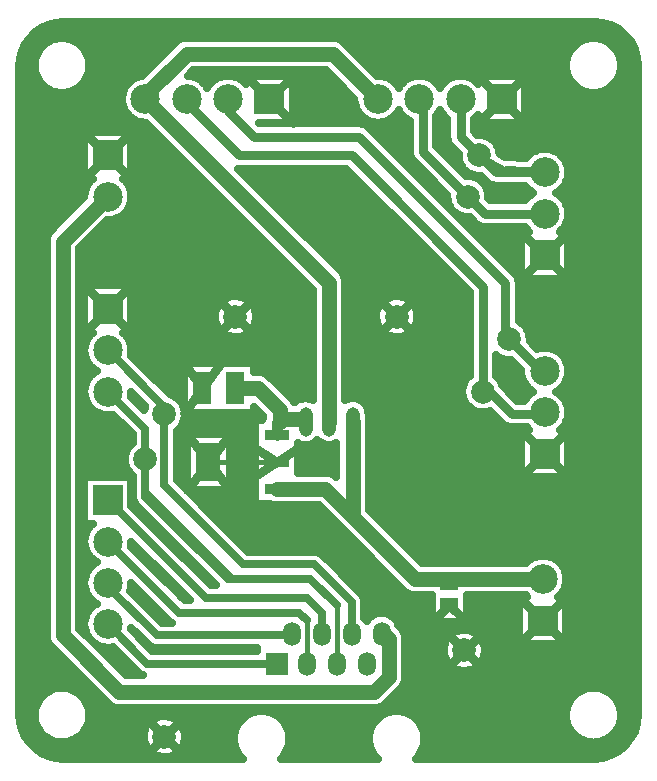
<source format=gtl>
G04 DipTrace 3.3.1.1*
G04 Adapterboard.gtl*
%MOIN*%
G04 #@! TF.FileFunction,Copper,L1,Top*
G04 #@! TF.Part,Single*
G04 #@! TA.AperFunction,Conductor*
%ADD14C,0.015748*%
%ADD15C,0.05*%
G04 #@! TA.AperFunction,CopperBalancing*
%ADD16C,0.025*%
G04 #@! TA.AperFunction,Conductor*
%ADD17C,0.015*%
%ADD18C,0.037402*%
%ADD19C,0.047244*%
G04 #@! TA.AperFunction,CopperBalancing*
%ADD20C,0.03*%
G04 #@! TA.AperFunction,ComponentPad*
%ADD23O,0.059055X0.07874*%
%ADD24R,0.074X0.074*%
%ADD25C,0.098425*%
%ADD26R,0.098425X0.098425*%
%ADD28R,0.084646X0.037402*%
%ADD29R,0.084646X0.127953*%
%ADD30R,0.062992X0.106299*%
G04 #@! TA.AperFunction,ComponentPad*
%ADD31C,0.07874*%
%ADD32R,0.059055X0.051181*%
%ADD34O,0.047244X0.098425*%
G04 #@! TA.AperFunction,ViaPad*
%ADD35C,0.04*%
%FSLAX26Y26*%
G04*
G70*
G90*
G75*
G01*
G04 Top*
%LPD*%
X684154Y1040551D2*
D14*
X912500D1*
X1262367Y468701D2*
D15*
Y475133D1*
X1287500Y450000D1*
Y325000D1*
X1237500Y275000D1*
X387500D1*
X200000Y462500D1*
Y1775000D1*
X350000Y1925000D1*
X1162367Y468701D2*
D16*
Y575133D1*
X1037500Y700000D1*
X800000D1*
X537500Y962500D1*
Y1202075D1*
Y1225295D1*
X350000Y1412795D1*
X537500Y1200000D2*
D15*
Y1202075D1*
X1112367Y368701D2*
D17*
Y562633D1*
D16*
X1025000Y650000D1*
X771406D1*
X750000D1*
X475000Y925000D1*
Y1150000D1*
X350000Y1275000D1*
X475000Y1050000D2*
D17*
Y946406D1*
X771406Y650000D1*
X1800000D2*
D15*
X1474803D1*
X1375000D1*
X1166240Y858760D1*
X1075000Y950000D1*
X912500D1*
X1487500Y637303D2*
D14*
X1474803Y650000D1*
X1166240Y1175000D2*
D15*
Y858760D1*
X775000Y1287500D2*
X850000D1*
X925000Y1212500D1*
Y1185199D1*
Y1174803D1*
D18*
X912500D1*
Y1131102D1*
X925000Y1185199D2*
D15*
X998560D1*
D19*
X1008760Y1175000D1*
X1250000Y2250000D2*
D15*
X1100000Y2400000D1*
X612500D1*
X475000Y2262500D1*
Y2250000D1*
X1087500Y1637500D1*
Y1175000D1*
X1062367Y468701D2*
D16*
Y537633D1*
X1012500Y587500D1*
X675886D1*
X350000Y913386D1*
X1012367Y368701D2*
D17*
Y512633D1*
D16*
X987500Y537500D1*
X588091D1*
X350000Y775591D1*
X962367Y468701D2*
Y462500D1*
X512500D1*
X350000Y625000D1*
Y637795D1*
X912367Y368701D2*
X481299D1*
X350000Y500000D1*
X1525591Y2250000D2*
D20*
Y2124409D1*
X1643958Y2006042D1*
X1806060D1*
X1587500Y2062500D2*
D17*
X1678009Y2012500D1*
D20*
X1806060Y2006042D1*
X1387795Y2250000D2*
X1400000D1*
Y2075000D1*
X1532894Y1942106D1*
X1606753Y1868247D1*
X1806060D1*
X1550000Y1925000D2*
D17*
X1532894Y1942106D1*
X612795Y2250000D2*
D20*
Y2237205D1*
X787500Y2062500D1*
X1162500D1*
X1600000Y1625000D1*
Y1296160D1*
X1696160Y1200000D1*
X1800000D1*
X1805816Y1205816D1*
X1806060D1*
X1600000Y1275000D2*
Y1287500D1*
X1608660D1*
X1600000Y1296160D1*
X750591Y2250000D2*
Y2211909D1*
X837500Y2125000D1*
X1187500D1*
X1675000Y1637500D1*
Y1462500D1*
X1793888Y1343612D1*
X1806060D1*
X1687500Y1450000D2*
D17*
X1675000D1*
Y1462500D1*
D35*
X687500Y1150000D3*
X1062500Y1050000D3*
X687500Y925000D3*
X600000Y1037500D3*
X1300000Y1050000D3*
X122560Y2482261D2*
D16*
X2049851D1*
X93781Y2457392D2*
X2077303D1*
X76161Y2432524D2*
X136004D1*
X257700D2*
X565789D1*
X1146694D2*
X1907678D1*
X2029338D2*
X2094850D1*
X65360Y2407655D2*
X115084D1*
X278620D2*
X540921D1*
X1171562D2*
X1886722D1*
X2050258D2*
X2105867D1*
X59511Y2382786D2*
X105323D1*
X288381D2*
X516054D1*
X1196430D2*
X1876997D1*
X2060019D2*
X2111859D1*
X57538Y2357917D2*
X103062D1*
X290605D2*
X491186D1*
X1221298D2*
X1874737D1*
X2062279D2*
X2114120D1*
X57538Y2333049D2*
X107763D1*
X285940D2*
X466318D1*
X624759D2*
X1087725D1*
X1246165D2*
X1879401D1*
X2057614D2*
X2114120D1*
X57538Y2308180D2*
X120646D1*
X273022D2*
X419848D1*
X667928D2*
X695439D1*
X969355D2*
X1112592D1*
X1305159D2*
X1332634D1*
X1442954D2*
X1470429D1*
X1744345D2*
X1892320D1*
X2044696D2*
X2114120D1*
X57538Y2283311D2*
X148241D1*
X245427D2*
X401475D1*
X969355D2*
X1137460D1*
X1744345D2*
X1919915D1*
X2017101D2*
X2114120D1*
X57538Y2258442D2*
X394478D1*
X969355D2*
X1162328D1*
X1744345D2*
X2114120D1*
X57538Y2233574D2*
X395770D1*
X969355D2*
X1170761D1*
X1744345D2*
X2114120D1*
X57538Y2208705D2*
X405781D1*
X969355D2*
X1180772D1*
X1744345D2*
X2114120D1*
X57538Y2183836D2*
X430326D1*
X969355D2*
X1205317D1*
X1294681D2*
X1343112D1*
X1446758D2*
X1478826D1*
X1572353D2*
X1582424D1*
X1744345D2*
X2114120D1*
X57538Y2158967D2*
X486808D1*
X1218355D2*
X1353268D1*
X1446758D2*
X1478826D1*
X1572353D2*
X2114120D1*
X57538Y2134099D2*
X269027D1*
X430948D2*
X511676D1*
X1243474D2*
X1353268D1*
X1446758D2*
X1478826D1*
X1580965D2*
X2114120D1*
X57538Y2109230D2*
X269027D1*
X430948D2*
X536543D1*
X1268342D2*
X1353268D1*
X1446758D2*
X1481518D1*
X1640245D2*
X2114120D1*
X57538Y2084361D2*
X269027D1*
X430948D2*
X561411D1*
X1293209D2*
X1353268D1*
X1455729D2*
X1500572D1*
X1655030D2*
X1798806D1*
X1813338D2*
X2114120D1*
X57538Y2059492D2*
X269027D1*
X430948D2*
X586279D1*
X1318077D2*
X1356066D1*
X1480597D2*
X1516433D1*
X1671429D2*
X1746128D1*
X1865993D2*
X2114120D1*
X57538Y2034623D2*
X269027D1*
X430948D2*
X611147D1*
X1342945D2*
X1375300D1*
X1505464D2*
X1522282D1*
X1881638D2*
X2114120D1*
X57538Y2009755D2*
X269027D1*
X430948D2*
X636014D1*
X794455D2*
X1150163D1*
X1367813D2*
X1400168D1*
X1530332D2*
X1541121D1*
X1886949D2*
X2114120D1*
X57538Y1984886D2*
X269027D1*
X430948D2*
X660882D1*
X819323D2*
X1175031D1*
X1392680D2*
X1425036D1*
X1585989D2*
X1600043D1*
X1884114D2*
X2114120D1*
X57538Y1960017D2*
X277280D1*
X422731D2*
X685750D1*
X844191D2*
X1199899D1*
X1417548D2*
X1449904D1*
X1611502D2*
X1740027D1*
X1872093D2*
X2114120D1*
X57538Y1935148D2*
X269709D1*
X430302D2*
X710618D1*
X869058D2*
X1224766D1*
X1442416D2*
X1474771D1*
X1620366D2*
X1762563D1*
X1849558D2*
X2114120D1*
X57538Y1910280D2*
X256073D1*
X429585D2*
X735485D1*
X893926D2*
X1249634D1*
X1467284D2*
X1480477D1*
X1874820D2*
X2114120D1*
X57538Y1885411D2*
X231205D1*
X420255D2*
X760353D1*
X918794D2*
X1274502D1*
X1885119D2*
X2114120D1*
X57538Y1860542D2*
X206337D1*
X397253D2*
X785221D1*
X943662D2*
X1299369D1*
X1886626D2*
X2114120D1*
X57538Y1835673D2*
X181469D1*
X339910D2*
X810089D1*
X968565D2*
X1324237D1*
X1541923D2*
X1574314D1*
X1879952D2*
X2114120D1*
X57538Y1810805D2*
X156745D1*
X315042D2*
X834956D1*
X993433D2*
X1349105D1*
X1566791D2*
X1750111D1*
X1862010D2*
X2114120D1*
X57538Y1785936D2*
X144365D1*
X290175D2*
X859860D1*
X1018301D2*
X1373973D1*
X1591658D2*
X1725099D1*
X1887021D2*
X2114120D1*
X57538Y1761067D2*
X143253D1*
X265271D2*
X884728D1*
X1043168D2*
X1398840D1*
X1616526D2*
X1725099D1*
X1887021D2*
X2114120D1*
X57538Y1736198D2*
X143253D1*
X256767D2*
X909595D1*
X1068036D2*
X1423708D1*
X1641394D2*
X1725099D1*
X1887021D2*
X2114120D1*
X57538Y1711329D2*
X143253D1*
X256767D2*
X934463D1*
X1092904D2*
X1448576D1*
X1666261D2*
X1725099D1*
X1887021D2*
X2114120D1*
X57538Y1686461D2*
X143253D1*
X256767D2*
X959331D1*
X1117772D2*
X1473444D1*
X1691129D2*
X1725099D1*
X1887021D2*
X2114120D1*
X57538Y1661592D2*
X143253D1*
X256767D2*
X984199D1*
X1138620D2*
X1498311D1*
X1714633D2*
X1725099D1*
X1887021D2*
X2114120D1*
X57538Y1636723D2*
X143253D1*
X256767D2*
X1009066D1*
X1144254D2*
X1523215D1*
X1721738D2*
X2114120D1*
X57538Y1611854D2*
X143253D1*
X256767D2*
X269027D1*
X430948D2*
X1030740D1*
X1144254D2*
X1548083D1*
X1721738D2*
X2114120D1*
X57538Y1586986D2*
X143253D1*
X256767D2*
X269027D1*
X430948D2*
X743057D1*
X806943D2*
X1030740D1*
X1144254D2*
X1280566D1*
X1344452D2*
X1553250D1*
X1721738D2*
X2114120D1*
X57538Y1562117D2*
X143253D1*
X256767D2*
X269027D1*
X430948D2*
X714780D1*
X835220D2*
X1030740D1*
X1144254D2*
X1252289D1*
X1372729D2*
X1553250D1*
X1721738D2*
X2114120D1*
X57538Y1537248D2*
X143253D1*
X256767D2*
X269027D1*
X430948D2*
X704984D1*
X845016D2*
X1030740D1*
X1144254D2*
X1242493D1*
X1382525D2*
X1553250D1*
X1721738D2*
X2114120D1*
X57538Y1512379D2*
X143253D1*
X256767D2*
X269027D1*
X430948D2*
X705056D1*
X844944D2*
X1030740D1*
X1144254D2*
X1242565D1*
X1382453D2*
X1553250D1*
X1721738D2*
X2114120D1*
X57538Y1487511D2*
X143253D1*
X256767D2*
X269027D1*
X430948D2*
X715031D1*
X834968D2*
X1030740D1*
X1144254D2*
X1252541D1*
X1372478D2*
X1553250D1*
X1747467D2*
X2114120D1*
X57538Y1462642D2*
X143253D1*
X256767D2*
X286897D1*
X413078D2*
X743846D1*
X806153D2*
X1030740D1*
X1144254D2*
X1281356D1*
X1343627D2*
X1553250D1*
X1757443D2*
X2114120D1*
X57538Y1437773D2*
X143253D1*
X256767D2*
X273118D1*
X426893D2*
X1030740D1*
X1144254D2*
X1553250D1*
X1764799D2*
X2114120D1*
X57538Y1412904D2*
X143253D1*
X256767D2*
X269027D1*
X430948D2*
X1030740D1*
X1144254D2*
X1553250D1*
X1845359D2*
X2114120D1*
X57538Y1388036D2*
X143253D1*
X256767D2*
X273046D1*
X436295D2*
X1030740D1*
X1144254D2*
X1553250D1*
X1646740D2*
X1655520D1*
X1873241D2*
X2114120D1*
X57538Y1363167D2*
X143253D1*
X256767D2*
X286718D1*
X461163D2*
X601530D1*
X838234D2*
X1030740D1*
X1144254D2*
X1553250D1*
X1646740D2*
X1709239D1*
X1884545D2*
X2114120D1*
X57538Y1338298D2*
X143253D1*
X256767D2*
X301143D1*
X486031D2*
X601530D1*
X871534D2*
X1030740D1*
X1144254D2*
X1553250D1*
X1646740D2*
X1725279D1*
X1886842D2*
X2114120D1*
X57538Y1313429D2*
X143253D1*
X256767D2*
X279110D1*
X510898D2*
X601530D1*
X903292D2*
X1030740D1*
X1144254D2*
X1540655D1*
X1659336D2*
X1731128D1*
X1880992D2*
X2114120D1*
X57538Y1288560D2*
X143253D1*
X256767D2*
X270211D1*
X535766D2*
X601530D1*
X928160D2*
X1030740D1*
X1144254D2*
X1530248D1*
X1672685D2*
X1747635D1*
X1864486D2*
X2114120D1*
X57538Y1263692D2*
X143253D1*
X256767D2*
X269852D1*
X565550D2*
X601530D1*
X953027D2*
X1030740D1*
X1144254D2*
X1529818D1*
X1697552D2*
X1750577D1*
X1861543D2*
X2114120D1*
X57538Y1238823D2*
X143253D1*
X256767D2*
X277890D1*
X447706D2*
X462443D1*
X1205257D2*
X1539183D1*
X1879737D2*
X2114120D1*
X57538Y1213954D2*
X143253D1*
X256767D2*
X298201D1*
X1219898D2*
X1566168D1*
X1886590D2*
X2114120D1*
X57538Y1189085D2*
X143253D1*
X256767D2*
X374383D1*
X607750D2*
X864238D1*
X1221621D2*
X1641992D1*
X1885227D2*
X2114120D1*
X57538Y1164217D2*
X143253D1*
X256767D2*
X399251D1*
X598563D2*
X838437D1*
X1222984D2*
X1667613D1*
X1875072D2*
X2114120D1*
X57538Y1139348D2*
X143253D1*
X256767D2*
X424118D1*
X581734D2*
X838437D1*
X1222984D2*
X1725099D1*
X1887021D2*
X2114120D1*
X57538Y1114479D2*
X143253D1*
X256767D2*
X430757D1*
X581734D2*
X610070D1*
X758212D2*
X838437D1*
X1222984D2*
X1725099D1*
X1887021D2*
X2114120D1*
X57538Y1089610D2*
X143253D1*
X256767D2*
X416475D1*
X581734D2*
X610070D1*
X758212D2*
X838437D1*
X986579D2*
X1109506D1*
X1222984D2*
X1725099D1*
X1887021D2*
X2114120D1*
X57538Y1064742D2*
X143253D1*
X256767D2*
X405494D1*
X581734D2*
X610070D1*
X758212D2*
X838437D1*
X986579D2*
X1109506D1*
X1222984D2*
X1725099D1*
X1887021D2*
X2114120D1*
X57538Y1039873D2*
X143253D1*
X256767D2*
X404633D1*
X581734D2*
X610070D1*
X758212D2*
X838437D1*
X986579D2*
X1109506D1*
X1222984D2*
X1725099D1*
X1887021D2*
X2114120D1*
X57538Y1015004D2*
X143253D1*
X256767D2*
X413461D1*
X581734D2*
X610070D1*
X758212D2*
X838437D1*
X986579D2*
X1109506D1*
X1222984D2*
X1725099D1*
X1887021D2*
X2114120D1*
X57538Y990135D2*
X143253D1*
X256767D2*
X269027D1*
X581734D2*
X610070D1*
X758212D2*
X838437D1*
X1222984D2*
X1725099D1*
X1887021D2*
X2114120D1*
X57538Y965267D2*
X143253D1*
X256767D2*
X269027D1*
X596267D2*
X610070D1*
X758212D2*
X838437D1*
X1222984D2*
X2114120D1*
X57538Y940398D2*
X143253D1*
X256767D2*
X269027D1*
X621135D2*
X838437D1*
X1222984D2*
X2114120D1*
X57538Y915529D2*
X143253D1*
X256767D2*
X269027D1*
X646002D2*
X838437D1*
X1222984D2*
X2114120D1*
X57538Y890660D2*
X143253D1*
X256767D2*
X269027D1*
X434286D2*
X447802D1*
X670870D2*
X1055106D1*
X1222984D2*
X2114120D1*
X57538Y865791D2*
X143253D1*
X256767D2*
X269027D1*
X459153D2*
X472670D1*
X695738D2*
X1079974D1*
X1238414D2*
X2114120D1*
X57538Y840923D2*
X143253D1*
X256767D2*
X269027D1*
X484021D2*
X497537D1*
X720606D2*
X1104841D1*
X1263282D2*
X2114120D1*
X57538Y816054D2*
X143253D1*
X256767D2*
X280259D1*
X508889D2*
X522405D1*
X745473D2*
X1129709D1*
X1288150D2*
X2114120D1*
X57538Y791185D2*
X143253D1*
X256767D2*
X270606D1*
X533757D2*
X547273D1*
X770341D2*
X1154577D1*
X1313053D2*
X2114120D1*
X57538Y766316D2*
X143253D1*
X256767D2*
X269601D1*
X558624D2*
X572141D1*
X795245D2*
X1179445D1*
X1337921D2*
X2114120D1*
X57538Y741448D2*
X143253D1*
X256767D2*
X276850D1*
X445697D2*
X460397D1*
X583492D2*
X597008D1*
X1045034D2*
X1204348D1*
X1362789D2*
X2114120D1*
X57538Y716579D2*
X143253D1*
X256767D2*
X295796D1*
X470565D2*
X485265D1*
X608360D2*
X621876D1*
X1082462D2*
X1229216D1*
X1387657D2*
X1755996D1*
X1844032D2*
X2114120D1*
X57538Y691710D2*
X143253D1*
X256767D2*
X290486D1*
X495432D2*
X510133D1*
X633228D2*
X646744D1*
X1107329D2*
X1254084D1*
X1868971D2*
X2114120D1*
X57538Y666841D2*
X143253D1*
X256767D2*
X274625D1*
X520300D2*
X535000D1*
X658095D2*
X671612D1*
X1132197D2*
X1278951D1*
X1879126D2*
X2114120D1*
X57538Y641973D2*
X143253D1*
X256767D2*
X269134D1*
X545168D2*
X559868D1*
X682963D2*
X696479D1*
X1157065D2*
X1303819D1*
X1880562D2*
X2114120D1*
X57538Y617104D2*
X143253D1*
X256767D2*
X271826D1*
X428185D2*
X446941D1*
X570035D2*
X584736D1*
X1181933D2*
X1328687D1*
X1873744D2*
X2114120D1*
X57538Y592235D2*
X143253D1*
X256767D2*
X283632D1*
X444297D2*
X471808D1*
X594903D2*
X609604D1*
X1202961D2*
X1426220D1*
X1548777D2*
X1744405D1*
X1855586D2*
X2114120D1*
X57538Y567366D2*
X143253D1*
X256767D2*
X307279D1*
X469165D2*
X496676D1*
X1206621D2*
X1426220D1*
X1548777D2*
X1719035D1*
X1880957D2*
X2114120D1*
X57538Y542497D2*
X143253D1*
X256767D2*
X281550D1*
X494033D2*
X521544D1*
X1206621D2*
X1426220D1*
X1548777D2*
X1719035D1*
X1880957D2*
X2114120D1*
X57538Y517629D2*
X143253D1*
X256767D2*
X271036D1*
X518901D2*
X546412D1*
X1308783D2*
X1426220D1*
X1548777D2*
X1719035D1*
X1880957D2*
X2114120D1*
X57538Y492760D2*
X143253D1*
X256767D2*
X269386D1*
X1323962D2*
X1719035D1*
X1880957D2*
X2114120D1*
X57538Y467891D2*
X143253D1*
X1341223D2*
X1494508D1*
X1580498D2*
X1719035D1*
X1880957D2*
X2114120D1*
X57538Y443022D2*
X146877D1*
X1344237D2*
X1473551D1*
X1601455D2*
X1719035D1*
X1880957D2*
X2114120D1*
X57538Y418154D2*
X165142D1*
X323583D2*
X370292D1*
X493387D2*
X843604D1*
X1344237D2*
X1466626D1*
X1608380D2*
X2114120D1*
X57538Y393285D2*
X190010D1*
X348451D2*
X395160D1*
X1344237D2*
X1469138D1*
X1605868D2*
X2114120D1*
X57538Y368416D2*
X214878D1*
X373318D2*
X420027D1*
X1344237D2*
X1482415D1*
X1592591D2*
X2114120D1*
X57538Y343547D2*
X239745D1*
X398186D2*
X444895D1*
X1344237D2*
X2114120D1*
X57538Y318679D2*
X264613D1*
X1343878D2*
X2114120D1*
X57538Y293810D2*
X289481D1*
X1334405D2*
X2114120D1*
X57538Y268941D2*
X138193D1*
X255475D2*
X314349D1*
X1310649D2*
X1909867D1*
X2027149D2*
X2114120D1*
X57538Y244072D2*
X116124D1*
X277579D2*
X339216D1*
X1285781D2*
X1887798D1*
X2049218D2*
X2114120D1*
X57538Y219204D2*
X105754D1*
X287950D2*
X1877392D1*
X2059588D2*
X2114120D1*
X57932Y194335D2*
X103027D1*
X290677D2*
X807074D1*
X917681D2*
X1257062D1*
X1367669D2*
X1874665D1*
X2062351D2*
X2113653D1*
X60516Y169466D2*
X107189D1*
X286515D2*
X482753D1*
X592248D2*
X782852D1*
X941867D2*
X1232840D1*
X1391891D2*
X1878827D1*
X2058189D2*
X2111177D1*
X67693Y144597D2*
X119390D1*
X274314D2*
X469225D1*
X605776D2*
X771334D1*
X953386D2*
X1221321D1*
X1403410D2*
X1891064D1*
X2045952D2*
X2103821D1*
X80396Y119728D2*
X145334D1*
X248334D2*
X466569D1*
X608432D2*
X767638D1*
X957118D2*
X1217625D1*
X1407106D2*
X1917008D1*
X2020008D2*
X2091262D1*
X100455Y94860D2*
X473351D1*
X601649D2*
X770760D1*
X953960D2*
X1220747D1*
X1403984D2*
X2071812D1*
X133146Y69991D2*
X493985D1*
X581016D2*
X781525D1*
X943195D2*
X1231548D1*
X1393183D2*
X2037471D1*
X1212382Y509449D2*
X1217673Y516716D1*
X1224194Y523238D1*
X1231656Y528659D1*
X1239874Y532847D1*
X1248646Y535697D1*
X1257756Y537140D1*
X1266979D1*
X1276089Y535697D1*
X1284861Y532847D1*
X1293079Y528659D1*
X1300540Y523238D1*
X1307062Y516716D1*
X1312484Y509254D1*
X1316671Y501037D1*
X1318567Y495648D1*
X1328752Y485233D1*
X1333756Y478346D1*
X1337621Y470761D1*
X1340251Y462664D1*
X1341583Y454256D1*
X1341750Y431627D1*
X1341583Y320744D1*
X1340251Y312336D1*
X1337621Y304239D1*
X1333756Y296654D1*
X1328752Y289767D1*
X1312869Y273648D1*
X1272733Y233748D1*
X1265846Y228744D1*
X1258261Y224879D1*
X1250164Y222249D1*
X1241756Y220917D1*
X1219127Y220750D1*
X383244Y220917D1*
X374836Y222249D1*
X366739Y224879D1*
X359154Y228744D1*
X352267Y233748D1*
X336148Y249631D1*
X158748Y427267D1*
X153744Y434154D1*
X149879Y441739D1*
X147249Y449836D1*
X145917Y458244D1*
X145750Y480873D1*
X145917Y1779256D1*
X147249Y1787664D1*
X149879Y1795761D1*
X153744Y1803346D1*
X158748Y1810233D1*
X174631Y1826352D1*
X271534Y1923255D1*
X271779Y1931156D1*
X272503Y1937274D1*
X273705Y1943317D1*
X275378Y1949246D1*
X277510Y1955026D1*
X280089Y1960621D1*
X283100Y1965997D1*
X286522Y1971119D1*
X290337Y1975957D1*
X294519Y1980481D1*
X298672Y1984320D1*
X271538Y1984333D1*
Y2141258D1*
X428463D1*
Y1984333D1*
X401341D1*
X409663Y1975957D1*
X413478Y1971119D1*
X416900Y1965997D1*
X419911Y1960621D1*
X422490Y1955026D1*
X424622Y1949246D1*
X426295Y1943317D1*
X427497Y1937274D1*
X428221Y1931156D1*
X428463Y1925000D1*
X428221Y1918844D1*
X427497Y1912726D1*
X426295Y1906683D1*
X424622Y1900754D1*
X422490Y1894974D1*
X419911Y1889379D1*
X416900Y1884003D1*
X413478Y1878881D1*
X409663Y1874043D1*
X405481Y1869519D1*
X400957Y1865337D1*
X396119Y1861522D1*
X390997Y1858100D1*
X385621Y1855089D1*
X380026Y1852510D1*
X374246Y1850378D1*
X368317Y1848705D1*
X362274Y1847503D1*
X356156Y1846779D1*
X348341Y1846603D1*
X254259Y1752538D1*
X254250Y484999D1*
X290337Y449043D1*
X286522Y453881D1*
X283100Y459003D1*
X280089Y464379D1*
X277510Y469974D1*
X275378Y475754D1*
X273705Y481683D1*
X272503Y487726D1*
X271779Y493844D1*
X271537Y500000D1*
X271779Y506156D1*
X272503Y512274D1*
X273705Y518317D1*
X275378Y524246D1*
X277510Y530026D1*
X280089Y535621D1*
X283100Y540997D1*
X286522Y546119D1*
X290337Y550957D1*
X294519Y555481D1*
X299043Y559663D1*
X303881Y563478D1*
X312510Y568864D1*
X303881Y574318D1*
X299043Y578132D1*
X294519Y582314D1*
X290337Y586838D1*
X286522Y591676D1*
X283100Y596799D1*
X280089Y602174D1*
X277510Y607769D1*
X275378Y613549D1*
X273705Y619479D1*
X272503Y625521D1*
X271779Y631639D1*
X271537Y637795D1*
X271779Y643951D1*
X272503Y650070D1*
X273705Y656112D1*
X275378Y662042D1*
X277510Y667822D1*
X280089Y673417D1*
X283100Y678792D1*
X286522Y683914D1*
X290337Y688753D1*
X294519Y693277D1*
X299043Y697459D1*
X303881Y701273D1*
X312510Y706659D1*
X303881Y712113D1*
X299043Y715927D1*
X294519Y720109D1*
X290337Y724633D1*
X286522Y729471D1*
X283100Y734594D1*
X280089Y739969D1*
X277510Y745564D1*
X275378Y751344D1*
X273705Y757274D1*
X272503Y763316D1*
X271779Y769434D1*
X271537Y775591D1*
X271779Y781747D1*
X272503Y787865D1*
X273705Y793907D1*
X275378Y799837D1*
X277510Y805617D1*
X280089Y811212D1*
X283100Y816587D1*
X286522Y821710D1*
X290337Y826548D1*
X294519Y831072D1*
X298672Y834911D1*
X271538Y834923D1*
Y991848D1*
X428463D1*
Y893992D1*
X693169Y629260D1*
X711734Y629250D1*
X443253Y897886D1*
X439402Y903186D1*
X436428Y909023D1*
X434404Y915254D1*
X433379Y921724D1*
X433250Y961745D1*
Y995512D1*
X426478Y1001478D1*
X419485Y1009666D1*
X413859Y1018847D1*
X409738Y1028795D1*
X407225Y1039265D1*
X406380Y1050000D1*
X407225Y1060735D1*
X409738Y1071205D1*
X413859Y1081153D1*
X419485Y1090334D1*
X426478Y1098522D1*
X433261Y1104407D1*
X433250Y1132734D1*
X367453Y1198503D1*
X356156Y1196779D1*
X350000Y1196537D1*
X343844Y1196779D1*
X337726Y1197503D1*
X331683Y1198705D1*
X325754Y1200378D1*
X319974Y1202510D1*
X314379Y1205089D1*
X309003Y1208100D1*
X303881Y1211522D1*
X299043Y1215337D1*
X294519Y1219519D1*
X290337Y1224043D1*
X286522Y1228881D1*
X283100Y1234003D1*
X280089Y1239379D1*
X277510Y1244974D1*
X275378Y1250754D1*
X273705Y1256683D1*
X272503Y1262726D1*
X271779Y1268844D1*
X271537Y1275000D1*
X271779Y1281156D1*
X272503Y1287274D1*
X273705Y1293317D1*
X275378Y1299246D1*
X277510Y1305026D1*
X280089Y1310621D1*
X283100Y1315997D1*
X286522Y1321119D1*
X290337Y1325957D1*
X294519Y1330481D1*
X299043Y1334663D1*
X303881Y1338478D1*
X312510Y1343864D1*
X303881Y1349318D1*
X299043Y1353132D1*
X294519Y1357314D1*
X290337Y1361838D1*
X286522Y1366676D1*
X283100Y1371799D1*
X280089Y1377174D1*
X277510Y1382769D1*
X275378Y1388549D1*
X273705Y1394479D1*
X272503Y1400521D1*
X271779Y1406639D1*
X271537Y1412795D1*
X271779Y1418951D1*
X272503Y1425070D1*
X273705Y1431112D1*
X275378Y1437042D1*
X277510Y1442822D1*
X280089Y1448417D1*
X283100Y1453792D1*
X286522Y1458914D1*
X290337Y1463753D1*
X294519Y1468277D1*
X298672Y1472116D1*
X271538Y1472128D1*
Y1629053D1*
X428463D1*
Y1472128D1*
X401341D1*
X409663Y1463753D1*
X413478Y1458914D1*
X416900Y1453792D1*
X419911Y1448417D1*
X422490Y1442822D1*
X424622Y1437042D1*
X426295Y1431112D1*
X427497Y1425070D1*
X428221Y1418951D1*
X428463Y1412795D1*
X428221Y1406639D1*
X426468Y1395352D1*
X555642Y1266196D1*
X563760Y1263397D1*
X573354Y1258508D1*
X582065Y1252179D1*
X589679Y1244565D1*
X596008Y1235854D1*
X600897Y1226260D1*
X604013Y1216769D1*
X604018Y1369900D1*
X835746Y1369899D1*
Y1341730D1*
X854256Y1341583D1*
X862664Y1340251D1*
X870761Y1337621D1*
X878346Y1333756D1*
X885233Y1328752D1*
X901352Y1312869D1*
X966252Y1247733D1*
X971264Y1240831D1*
X974422Y1240795D1*
X981134Y1245671D1*
X988527Y1249438D1*
X996417Y1252002D1*
X1004612Y1253300D1*
X1012908D1*
X1021103Y1252002D1*
X1028993Y1249438D1*
X1033258Y1247423D1*
X1033250Y1615048D1*
X476728Y2171550D1*
X468844Y2171779D1*
X462726Y2172503D1*
X456683Y2173705D1*
X450754Y2175378D1*
X444974Y2177510D1*
X439379Y2180089D1*
X434003Y2183100D1*
X428881Y2186522D1*
X424043Y2190337D1*
X419519Y2194519D1*
X415337Y2199043D1*
X411522Y2203881D1*
X408100Y2209003D1*
X405089Y2214379D1*
X402510Y2219974D1*
X400378Y2225754D1*
X398705Y2231683D1*
X397503Y2237726D1*
X396779Y2243844D1*
X396537Y2250000D1*
X396779Y2256156D1*
X397503Y2262274D1*
X398705Y2268317D1*
X400378Y2274246D1*
X402510Y2280026D1*
X405089Y2285621D1*
X408100Y2290997D1*
X411522Y2296119D1*
X415337Y2300957D1*
X419519Y2305481D1*
X424043Y2309663D1*
X428881Y2313478D1*
X434003Y2316900D1*
X439379Y2319911D1*
X444974Y2322490D1*
X450754Y2324622D1*
X456683Y2326295D1*
X463371Y2327573D1*
X577267Y2441252D1*
X584154Y2446256D1*
X591739Y2450121D1*
X599836Y2452751D1*
X608244Y2454083D1*
X630873Y2454250D1*
X1104256Y2454083D1*
X1112664Y2452751D1*
X1120761Y2450121D1*
X1128346Y2446256D1*
X1135233Y2441252D1*
X1151352Y2425369D1*
X1248255Y2328466D1*
X1256156Y2328221D1*
X1262274Y2327497D1*
X1268317Y2326295D1*
X1274246Y2324622D1*
X1280026Y2322490D1*
X1285621Y2319911D1*
X1290997Y2316900D1*
X1296119Y2313478D1*
X1300957Y2309663D1*
X1305481Y2305481D1*
X1309663Y2300957D1*
X1313478Y2296119D1*
X1318864Y2287490D1*
X1324318Y2296119D1*
X1328132Y2300957D1*
X1332314Y2305481D1*
X1336838Y2309663D1*
X1341676Y2313478D1*
X1346799Y2316900D1*
X1352174Y2319911D1*
X1357769Y2322490D1*
X1363549Y2324622D1*
X1369479Y2326295D1*
X1375521Y2327497D1*
X1381639Y2328221D1*
X1387795Y2328463D1*
X1393951Y2328221D1*
X1400070Y2327497D1*
X1406112Y2326295D1*
X1412042Y2324622D1*
X1417822Y2322490D1*
X1423417Y2319911D1*
X1428792Y2316900D1*
X1433914Y2313478D1*
X1438753Y2309663D1*
X1443277Y2305481D1*
X1447459Y2300957D1*
X1451273Y2296119D1*
X1456659Y2287490D1*
X1462113Y2296119D1*
X1465927Y2300957D1*
X1470109Y2305481D1*
X1474633Y2309663D1*
X1479471Y2313478D1*
X1484594Y2316900D1*
X1489969Y2319911D1*
X1495564Y2322490D1*
X1501344Y2324622D1*
X1507274Y2326295D1*
X1513316Y2327497D1*
X1519434Y2328221D1*
X1525591Y2328463D1*
X1531747Y2328221D1*
X1537865Y2327497D1*
X1543907Y2326295D1*
X1549837Y2324622D1*
X1555617Y2322490D1*
X1561212Y2319911D1*
X1566587Y2316900D1*
X1571710Y2313478D1*
X1576548Y2309663D1*
X1581072Y2305481D1*
X1584911Y2301328D1*
X1584924Y2328462D1*
X1741849D1*
Y2171537D1*
X1584924D1*
Y2198658D1*
X1576548Y2190337D1*
X1569849Y2185279D1*
X1569872Y2142707D1*
X1581721Y2130858D1*
X1587500Y2131120D1*
X1598235Y2130275D1*
X1608705Y2127762D1*
X1618653Y2123641D1*
X1627834Y2118015D1*
X1636022Y2111022D1*
X1643015Y2102834D1*
X1648641Y2093653D1*
X1652762Y2083705D1*
X1655275Y2073235D1*
X1655956Y2066685D1*
X1674215Y2056581D1*
X1680238Y2056694D1*
X1743565Y2053500D1*
X1750579Y2061523D1*
X1755103Y2065705D1*
X1759941Y2069520D1*
X1765064Y2072942D1*
X1770439Y2075953D1*
X1776034Y2078532D1*
X1781814Y2080664D1*
X1787744Y2082337D1*
X1793786Y2083539D1*
X1799904Y2084263D1*
X1806060Y2084505D1*
X1812216Y2084263D1*
X1818335Y2083539D1*
X1824377Y2082337D1*
X1830307Y2080664D1*
X1836087Y2078532D1*
X1841682Y2075953D1*
X1847057Y2072942D1*
X1852180Y2069520D1*
X1857018Y2065705D1*
X1861542Y2061523D1*
X1865724Y2056999D1*
X1869538Y2052161D1*
X1872961Y2047039D1*
X1875971Y2041663D1*
X1878550Y2036068D1*
X1880683Y2030288D1*
X1882355Y2024359D1*
X1883557Y2018316D1*
X1884281Y2012198D1*
X1884523Y2006042D1*
X1884281Y1999886D1*
X1883557Y1993768D1*
X1882355Y1987725D1*
X1880683Y1981796D1*
X1878550Y1976016D1*
X1875971Y1970421D1*
X1872961Y1965045D1*
X1869538Y1959923D1*
X1865724Y1955085D1*
X1861542Y1950561D1*
X1857018Y1946379D1*
X1852180Y1942564D1*
X1843550Y1937178D1*
X1852180Y1931724D1*
X1857018Y1927910D1*
X1861542Y1923728D1*
X1865724Y1919204D1*
X1869538Y1914366D1*
X1872961Y1909243D1*
X1875971Y1903868D1*
X1878550Y1898273D1*
X1880683Y1892493D1*
X1882355Y1886563D1*
X1883557Y1880521D1*
X1884281Y1874403D1*
X1884523Y1868247D1*
X1884281Y1862091D1*
X1883557Y1855972D1*
X1882355Y1849930D1*
X1880683Y1844000D1*
X1878550Y1838220D1*
X1875971Y1832625D1*
X1872961Y1827250D1*
X1869538Y1822128D1*
X1865724Y1817289D1*
X1861542Y1812765D1*
X1857389Y1808926D1*
X1884523Y1808914D1*
Y1651989D1*
X1727598D1*
Y1808914D1*
X1754719D1*
X1746397Y1817289D1*
X1741339Y1823988D1*
X1603281Y1824133D1*
X1596423Y1825219D1*
X1589819Y1827365D1*
X1583633Y1830517D1*
X1578015Y1834599D1*
X1555799Y1856622D1*
X1550000Y1856380D1*
X1539265Y1857225D1*
X1528795Y1859738D1*
X1518847Y1863859D1*
X1509666Y1869485D1*
X1501478Y1876478D1*
X1494485Y1884666D1*
X1488859Y1893847D1*
X1484738Y1903795D1*
X1482225Y1914265D1*
X1481380Y1925000D1*
X1481638Y1930781D1*
X1366352Y2046262D1*
X1362271Y2051879D1*
X1359118Y2058066D1*
X1356973Y2064670D1*
X1355886Y2071528D1*
X1355750Y2111745D1*
Y2178382D1*
X1346799Y2183100D1*
X1341676Y2186522D1*
X1336838Y2190337D1*
X1332314Y2194519D1*
X1328132Y2199043D1*
X1324318Y2203881D1*
X1318931Y2212510D1*
X1313478Y2203881D1*
X1309663Y2199043D1*
X1305481Y2194519D1*
X1300957Y2190337D1*
X1296119Y2186522D1*
X1290997Y2183100D1*
X1285621Y2180089D1*
X1280026Y2177510D1*
X1274246Y2175378D1*
X1268317Y2173705D1*
X1262274Y2172503D1*
X1256156Y2171779D1*
X1250000Y2171537D1*
X1243844Y2171779D1*
X1237726Y2172503D1*
X1231683Y2173705D1*
X1225754Y2175378D1*
X1219974Y2177510D1*
X1214379Y2180089D1*
X1209003Y2183100D1*
X1203881Y2186522D1*
X1199043Y2190337D1*
X1194519Y2194519D1*
X1190337Y2199043D1*
X1186522Y2203881D1*
X1183100Y2209003D1*
X1180089Y2214379D1*
X1177510Y2219974D1*
X1175378Y2225754D1*
X1173705Y2231683D1*
X1172503Y2237726D1*
X1171779Y2243844D1*
X1171603Y2251659D1*
X1077538Y2345741D1*
X634977Y2345750D1*
X617545Y2328323D1*
X625070Y2327497D1*
X631112Y2326295D1*
X637042Y2324622D1*
X642822Y2322490D1*
X648417Y2319911D1*
X653792Y2316900D1*
X658914Y2313478D1*
X663753Y2309663D1*
X668277Y2305481D1*
X672459Y2300957D1*
X676273Y2296119D1*
X681659Y2287490D1*
X687113Y2296119D1*
X690927Y2300957D1*
X695109Y2305481D1*
X699633Y2309663D1*
X704471Y2313478D1*
X709594Y2316900D1*
X714969Y2319911D1*
X720564Y2322490D1*
X726344Y2324622D1*
X732274Y2326295D1*
X738316Y2327497D1*
X744434Y2328221D1*
X750591Y2328463D1*
X756747Y2328221D1*
X762865Y2327497D1*
X768907Y2326295D1*
X774837Y2324622D1*
X780617Y2322490D1*
X786212Y2319911D1*
X791587Y2316900D1*
X796710Y2313478D1*
X801548Y2309663D1*
X806072Y2305481D1*
X809911Y2301328D1*
X809924Y2328462D1*
X966849D1*
Y2171537D1*
X853548D1*
X855873Y2169250D1*
X1190972Y2169114D1*
X1197830Y2168027D1*
X1204434Y2165882D1*
X1210621Y2162729D1*
X1216238Y2158648D1*
X1244772Y2130307D1*
X1708648Y1666238D1*
X1712729Y1660621D1*
X1715882Y1654434D1*
X1718027Y1647830D1*
X1719114Y1640972D1*
X1719250Y1600755D1*
Y1510865D1*
X1727834Y1505515D1*
X1736022Y1498522D1*
X1743015Y1490334D1*
X1748641Y1481153D1*
X1752762Y1471205D1*
X1755275Y1460735D1*
X1756120Y1450000D1*
X1755862Y1444219D1*
X1781828Y1418251D1*
X1787744Y1419906D1*
X1793786Y1421108D1*
X1799904Y1421832D1*
X1806060Y1422074D1*
X1812216Y1421832D1*
X1818335Y1421108D1*
X1824377Y1419906D1*
X1830307Y1418234D1*
X1836087Y1416102D1*
X1841682Y1413522D1*
X1847057Y1410512D1*
X1852180Y1407089D1*
X1857018Y1403275D1*
X1861542Y1399093D1*
X1865724Y1394569D1*
X1869538Y1389731D1*
X1872961Y1384608D1*
X1875971Y1379233D1*
X1878550Y1373638D1*
X1880683Y1367858D1*
X1882355Y1361928D1*
X1883557Y1355886D1*
X1884281Y1349768D1*
X1884523Y1343612D1*
X1884281Y1337455D1*
X1883557Y1331337D1*
X1882355Y1325295D1*
X1880683Y1319365D1*
X1878550Y1313585D1*
X1875971Y1307990D1*
X1872961Y1302615D1*
X1869538Y1297492D1*
X1865724Y1292654D1*
X1861542Y1288130D1*
X1857018Y1283948D1*
X1852180Y1280134D1*
X1843550Y1274747D1*
X1852180Y1269294D1*
X1857018Y1265480D1*
X1861542Y1261298D1*
X1865724Y1256774D1*
X1869538Y1251935D1*
X1872961Y1246813D1*
X1875971Y1241438D1*
X1878550Y1235843D1*
X1880683Y1230063D1*
X1882355Y1224133D1*
X1883557Y1218091D1*
X1884281Y1211972D1*
X1884523Y1205816D1*
X1884281Y1199660D1*
X1883557Y1193542D1*
X1882355Y1187500D1*
X1880683Y1181570D1*
X1878550Y1175790D1*
X1875971Y1170195D1*
X1872961Y1164820D1*
X1869538Y1159697D1*
X1865724Y1154859D1*
X1861542Y1150335D1*
X1857389Y1146496D1*
X1884523Y1146484D1*
Y989558D1*
X1727598D1*
Y1146484D1*
X1754719D1*
X1746397Y1154859D1*
X1745697Y1155747D1*
X1692688Y1155886D1*
X1685830Y1156972D1*
X1679226Y1159118D1*
X1673039Y1162271D1*
X1667422Y1166352D1*
X1638888Y1194693D1*
X1623181Y1210400D1*
X1616019Y1208276D1*
X1605384Y1206591D1*
X1594616D1*
X1583981Y1208276D1*
X1573740Y1211603D1*
X1564146Y1216492D1*
X1555435Y1222821D1*
X1547821Y1230435D1*
X1541492Y1239146D1*
X1536603Y1248740D1*
X1533276Y1258981D1*
X1531591Y1269616D1*
Y1280384D1*
X1533276Y1291019D1*
X1536603Y1301260D1*
X1541492Y1310854D1*
X1547821Y1319565D1*
X1555435Y1327179D1*
X1555749Y1327427D1*
X1555719Y1606702D1*
X1144127Y2018250D1*
X784015Y2018388D1*
X786181Y2015540D1*
X1128752Y1672733D1*
X1133756Y1665846D1*
X1137621Y1658261D1*
X1140251Y1650164D1*
X1141583Y1641756D1*
X1141750Y1619127D1*
Y1247475D1*
X1149902Y1250875D1*
X1157969Y1252812D1*
X1166240Y1253463D1*
X1174511Y1252812D1*
X1182579Y1250875D1*
X1190244Y1247700D1*
X1197318Y1243365D1*
X1203626Y1237977D1*
X1209015Y1231668D1*
X1213349Y1224594D1*
X1216524Y1216929D1*
X1218461Y1208862D1*
X1219112Y1200590D1*
Y1187134D1*
X1220323Y1179256D1*
X1220490Y1156627D1*
Y881216D1*
X1397468Y704253D1*
X1743325Y704250D1*
X1749043Y709663D1*
X1753881Y713478D1*
X1759003Y716900D1*
X1764379Y719911D1*
X1769974Y722490D1*
X1775754Y724622D1*
X1781683Y726295D1*
X1787726Y727497D1*
X1793844Y728221D1*
X1800000Y728463D1*
X1806156Y728221D1*
X1812274Y727497D1*
X1818317Y726295D1*
X1824246Y724622D1*
X1830026Y722490D1*
X1835621Y719911D1*
X1840997Y716900D1*
X1846119Y713478D1*
X1850957Y709663D1*
X1855481Y705481D1*
X1859663Y700957D1*
X1863478Y696119D1*
X1866900Y690997D1*
X1869911Y685621D1*
X1872490Y680026D1*
X1874622Y674246D1*
X1876295Y668317D1*
X1877497Y662274D1*
X1878221Y656156D1*
X1878463Y650000D1*
X1878221Y643844D1*
X1877497Y637726D1*
X1876295Y631683D1*
X1874622Y625754D1*
X1872490Y619974D1*
X1869911Y614379D1*
X1866900Y609003D1*
X1863478Y603881D1*
X1859663Y599043D1*
X1855481Y594519D1*
X1851328Y590680D1*
X1878463Y590667D1*
Y433742D1*
X1721538D1*
Y590667D1*
X1748659D1*
X1743391Y595738D1*
X1546263Y595750D1*
X1546278Y507659D1*
X1428722D1*
Y595755D1*
X1370744Y595917D1*
X1362336Y597249D1*
X1354239Y599879D1*
X1346654Y603744D1*
X1339767Y608748D1*
X1323648Y624631D1*
X1052544Y895734D1*
X908244Y895917D1*
X899836Y897249D1*
X891739Y899879D1*
X887189Y902045D1*
X840927Y902049D1*
Y1179053D1*
X864719D1*
X865874Y1185997D1*
X866901Y1189635D1*
X867152Y1193627D1*
X835765Y1225014D1*
X835746Y1205100D1*
X605937D1*
X605909Y1194616D1*
X604224Y1183981D1*
X600897Y1173740D1*
X596008Y1164146D1*
X589679Y1155435D1*
X582065Y1147821D1*
X579239Y1145593D1*
X579250Y979772D1*
X817285Y741759D1*
X1040776Y741621D1*
X1047246Y740597D1*
X1053477Y738572D1*
X1059314Y735598D1*
X1064615Y731747D1*
X1093005Y703539D1*
X1194114Y602247D1*
X1197965Y596947D1*
X1200940Y591110D1*
X1202964Y584879D1*
X1203989Y578408D1*
X1204118Y538387D1*
Y519907D1*
X1209919Y513092D1*
X1212353Y509449D1*
X846118Y410426D2*
Y420761D1*
X509224Y420879D1*
X502754Y421903D1*
X496523Y423928D1*
X490686Y426902D1*
X485385Y430753D1*
X456995Y458961D1*
X427587Y488370D1*
X426468Y482557D1*
X498602Y410442D1*
X846134Y410451D1*
X954325Y111464D2*
X953474Y104271D1*
X952061Y97167D1*
X950095Y90196D1*
X947588Y83401D1*
X944556Y76824D1*
X941017Y70504D1*
X936993Y64482D1*
X932509Y58794D1*
X925785Y51805D1*
X1248855Y51815D1*
X1242226Y58794D1*
X1237742Y64482D1*
X1233718Y70504D1*
X1230179Y76824D1*
X1227147Y83401D1*
X1224640Y90196D1*
X1222674Y97167D1*
X1221261Y104271D1*
X1220410Y111464D1*
X1220125Y118701D1*
X1220410Y125938D1*
X1221261Y133131D1*
X1222674Y140234D1*
X1224640Y147205D1*
X1227147Y154000D1*
X1230179Y160578D1*
X1233718Y166897D1*
X1237742Y172919D1*
X1242226Y178607D1*
X1247142Y183926D1*
X1252461Y188842D1*
X1258149Y193326D1*
X1264171Y197350D1*
X1270490Y200889D1*
X1277068Y203921D1*
X1283863Y206428D1*
X1290834Y208394D1*
X1297938Y209807D1*
X1305130Y210659D1*
X1312367Y210943D1*
X1319605Y210659D1*
X1326797Y209807D1*
X1333901Y208394D1*
X1340872Y206428D1*
X1347667Y203921D1*
X1354245Y200889D1*
X1360564Y197350D1*
X1366586Y193326D1*
X1372274Y188842D1*
X1377592Y183926D1*
X1382509Y178607D1*
X1386993Y172919D1*
X1391017Y166897D1*
X1394556Y160578D1*
X1397588Y154000D1*
X1400095Y147205D1*
X1402061Y140234D1*
X1403474Y133131D1*
X1404325Y125938D1*
X1404610Y118701D1*
X1404325Y111464D1*
X1403474Y104271D1*
X1402061Y97167D1*
X1400095Y90196D1*
X1397588Y83401D1*
X1394556Y76824D1*
X1391017Y70504D1*
X1386993Y64482D1*
X1382509Y58794D1*
X1375785Y51805D1*
X1969109Y51815D1*
X1999876Y54846D1*
X2027029Y63080D1*
X2052052Y76453D1*
X2073985Y94450D1*
X2091985Y116380D1*
X2105362Y141401D1*
X2113600Y168550D1*
X2116634Y199325D1*
Y2359595D1*
X2113603Y2390373D1*
X2105369Y2417526D1*
X2091997Y2442548D1*
X2073999Y2464481D1*
X2052069Y2482481D1*
X2027049Y2495856D1*
X1999899Y2504094D1*
X1969125Y2507127D1*
X202263Y2507130D1*
X174853Y2504732D1*
X150484Y2498201D1*
X127611Y2487536D1*
X106938Y2473061D1*
X89092Y2455215D1*
X74617Y2434542D1*
X63951Y2411670D1*
X57419Y2387293D1*
X55021Y2359879D1*
X55020Y199063D1*
X57418Y171648D1*
X63949Y147279D1*
X74614Y124406D1*
X89090Y103733D1*
X106935Y85887D1*
X127608Y71411D1*
X150480Y60745D1*
X174857Y54212D1*
X202269Y51814D1*
X798867Y51815D1*
X792226Y58794D1*
X787742Y64482D1*
X783718Y70504D1*
X780179Y76824D1*
X777147Y83401D1*
X774640Y90196D1*
X772674Y97167D1*
X771261Y104271D1*
X770410Y111464D1*
X770125Y118701D1*
X770410Y125938D1*
X771261Y133131D1*
X772674Y140234D1*
X774640Y147205D1*
X777147Y154000D1*
X780179Y160578D1*
X783718Y166897D1*
X787742Y172919D1*
X792226Y178607D1*
X797142Y183926D1*
X802461Y188842D1*
X808149Y193326D1*
X814171Y197350D1*
X820490Y200889D1*
X827068Y203921D1*
X833863Y206428D1*
X840834Y208394D1*
X847938Y209807D1*
X855130Y210659D1*
X862367Y210943D1*
X869605Y210659D1*
X876797Y209807D1*
X883901Y208394D1*
X890872Y206428D1*
X897667Y203921D1*
X904245Y200889D1*
X910564Y197350D1*
X916586Y193326D1*
X922274Y188842D1*
X927592Y183926D1*
X932509Y178607D1*
X936993Y172919D1*
X941017Y166897D1*
X944556Y160578D1*
X947588Y154000D1*
X950095Y147205D1*
X952061Y140234D1*
X953474Y133131D1*
X954325Y125938D1*
X954610Y118701D1*
X954325Y111464D1*
X428221Y1268844D2*
X426468Y1257557D1*
X470284Y1213759D1*
X472238Y1221205D1*
X475170Y1228573D1*
X428463Y1275000D1*
X428221Y1268844D1*
X1768570Y1937178D2*
X1759941Y1942564D1*
X1755103Y1946379D1*
X1750579Y1950561D1*
X1746397Y1955085D1*
X1741339Y1961784D1*
X1640486Y1961928D1*
X1633628Y1963015D1*
X1627024Y1965160D1*
X1620837Y1968313D1*
X1615220Y1972394D1*
X1593308Y1994113D1*
X1582116Y1994091D1*
X1571481Y1995776D1*
X1561240Y1999103D1*
X1551646Y2003992D1*
X1542935Y2010321D1*
X1535321Y2017935D1*
X1528992Y2026646D1*
X1524103Y2036240D1*
X1520776Y2046481D1*
X1519091Y2057116D1*
Y2067884D1*
X1519138Y2068281D1*
X1491943Y2095671D1*
X1487861Y2101289D1*
X1484709Y2107476D1*
X1482563Y2114079D1*
X1481477Y2120938D1*
X1481341Y2161155D1*
Y2185233D1*
X1474633Y2190337D1*
X1470109Y2194519D1*
X1465927Y2199043D1*
X1462113Y2203881D1*
X1456726Y2212510D1*
X1451273Y2203881D1*
X1444241Y2195561D1*
X1444281Y2093298D1*
X1544229Y1993350D1*
X1550000Y1993620D1*
X1560735Y1992775D1*
X1571205Y1990262D1*
X1581153Y1986141D1*
X1590334Y1980515D1*
X1598522Y1973522D1*
X1605515Y1965334D1*
X1611141Y1956153D1*
X1615262Y1946205D1*
X1617775Y1935735D1*
X1618620Y1925000D1*
X1618362Y1919219D1*
X1625126Y1912497D1*
X1741283D1*
X1746397Y1919204D1*
X1750579Y1923728D1*
X1755103Y1927910D1*
X1759941Y1931724D1*
X1768570Y1937111D1*
X984073Y1083155D2*
Y1004253D1*
X1079256Y1004083D1*
X1087664Y1002751D1*
X1095761Y1000121D1*
X1103346Y996256D1*
X1110245Y991241D1*
X1111990Y996555D1*
Y1102521D1*
X1103838Y1099125D1*
X1095771Y1097188D1*
X1087500Y1096537D1*
X1079229Y1097188D1*
X1071162Y1099125D1*
X1063497Y1102300D1*
X1056423Y1106635D1*
X1050114Y1112023D1*
X1048143Y1114155D1*
X1043097Y1109205D1*
X1036385Y1104329D1*
X1028993Y1100562D1*
X1021103Y1097998D1*
X1012908Y1096700D1*
X1004612D1*
X996417Y1097998D1*
X988527Y1100562D1*
X984063Y1102688D1*
X984037Y1083151D1*
X614418Y1133777D2*
X755727D1*
Y947325D1*
X612581D1*
Y1133777D1*
X614418D1*
X367443Y423532D2*
X356156Y421779D1*
X350000Y421537D1*
X343844Y421779D1*
X337726Y422503D1*
X331683Y423705D1*
X325754Y425378D1*
X319974Y427510D1*
X314379Y430089D1*
X309003Y433100D1*
X303881Y436522D1*
X296940Y442281D1*
X409965Y329257D1*
X467629Y329250D1*
X462345Y331501D1*
X456759Y334924D1*
X451777Y339179D1*
X367460Y423497D1*
X428221Y631639D2*
X427497Y625521D1*
X426295Y619479D1*
X423515Y610546D1*
X529812Y504232D1*
X562846Y504250D1*
X558569Y507978D1*
X428463Y637795D1*
X428221Y631639D1*
Y769434D2*
X426468Y758147D1*
X605375Y579259D1*
X625087Y579250D1*
X428463Y775591D1*
X428221Y769434D1*
X1768570Y1274747D2*
X1759941Y1280134D1*
X1755103Y1283948D1*
X1750579Y1288130D1*
X1746397Y1292654D1*
X1742583Y1297492D1*
X1739160Y1302615D1*
X1736150Y1307990D1*
X1733570Y1313585D1*
X1731438Y1319365D1*
X1729766Y1325295D1*
X1728564Y1331337D1*
X1727840Y1337455D1*
X1727739Y1347195D1*
X1693303Y1381618D1*
X1687500Y1381380D1*
X1676765Y1382225D1*
X1666295Y1384738D1*
X1656347Y1388859D1*
X1647166Y1394485D1*
X1644241Y1396792D1*
X1644250Y1327412D1*
X1648522Y1323522D1*
X1655515Y1315334D1*
X1661141Y1306153D1*
X1665262Y1296205D1*
X1666330Y1292417D1*
X1714533Y1244250D1*
X1737678D1*
X1742583Y1251935D1*
X1746397Y1256774D1*
X1750579Y1261298D1*
X1755103Y1265480D1*
X1759941Y1269294D1*
X1768570Y1274680D1*
X1606095Y410663D2*
X1605506Y403341D1*
X1604137Y396124D1*
X1602005Y389095D1*
X1599134Y382334D1*
X1595556Y375918D1*
X1591313Y369922D1*
X1586453Y364414D1*
X1581033Y359457D1*
X1575113Y355107D1*
X1568763Y351415D1*
X1562054Y348423D1*
X1555064Y346166D1*
X1547873Y344668D1*
X1540563Y343948D1*
X1533217Y344014D1*
X1525921Y344864D1*
X1518758Y346489D1*
X1511809Y348871D1*
X1505155Y351981D1*
X1498871Y355786D1*
X1493030Y360240D1*
X1487698Y365293D1*
X1482938Y370887D1*
X1478802Y376958D1*
X1475339Y383436D1*
X1472588Y390247D1*
X1470582Y397313D1*
X1469342Y404553D1*
X1468883Y411884D1*
X1469210Y419223D1*
X1470320Y426484D1*
X1472200Y433585D1*
X1474828Y440444D1*
X1478174Y446983D1*
X1482200Y453127D1*
X1486859Y458806D1*
X1492099Y463954D1*
X1497859Y468512D1*
X1504074Y472428D1*
X1510671Y475658D1*
X1517576Y478164D1*
X1524709Y479917D1*
X1531989Y480898D1*
X1539332Y481096D1*
X1546654Y480507D1*
X1553871Y479139D1*
X1560901Y477007D1*
X1567662Y474136D1*
X1574077Y470559D1*
X1580074Y466316D1*
X1585583Y461457D1*
X1590540Y456037D1*
X1594890Y450118D1*
X1598582Y443767D1*
X1601575Y437059D1*
X1603833Y430069D1*
X1605331Y422878D1*
X1606051Y415568D1*
X1606095Y410663D1*
X606095Y123163D2*
X605506Y115841D1*
X604137Y108624D1*
X602005Y101595D1*
X599134Y94834D1*
X595556Y88418D1*
X591313Y82422D1*
X586453Y76914D1*
X581033Y71957D1*
X575113Y67607D1*
X568763Y63915D1*
X562054Y60923D1*
X555064Y58666D1*
X547873Y57168D1*
X540563Y56448D1*
X533217Y56514D1*
X525921Y57364D1*
X518758Y58989D1*
X511809Y61371D1*
X505155Y64481D1*
X498871Y68286D1*
X493030Y72740D1*
X487698Y77793D1*
X482938Y83387D1*
X478802Y89458D1*
X475339Y95936D1*
X472588Y102747D1*
X470582Y109813D1*
X469342Y117053D1*
X468883Y124384D1*
X469210Y131723D1*
X470320Y138984D1*
X472200Y146085D1*
X474828Y152944D1*
X478174Y159483D1*
X482200Y165627D1*
X486859Y171306D1*
X492099Y176454D1*
X497859Y181012D1*
X504074Y184928D1*
X510671Y188158D1*
X517576Y190664D1*
X524709Y192417D1*
X531989Y193398D1*
X539332Y193596D1*
X546654Y193007D1*
X553871Y191639D1*
X560901Y189507D1*
X567662Y186636D1*
X574077Y183059D1*
X580074Y178816D1*
X585583Y173957D1*
X590540Y168537D1*
X594890Y162618D1*
X598582Y156267D1*
X601575Y149559D1*
X603833Y142569D1*
X605331Y135378D1*
X606051Y128068D1*
X606095Y123163D1*
X1381095Y1523163D2*
X1380506Y1515841D1*
X1379137Y1508624D1*
X1377005Y1501595D1*
X1374134Y1494834D1*
X1370556Y1488418D1*
X1366313Y1482422D1*
X1361453Y1476914D1*
X1356033Y1471957D1*
X1350113Y1467607D1*
X1343763Y1463915D1*
X1337054Y1460923D1*
X1330064Y1458666D1*
X1322873Y1457168D1*
X1315563Y1456448D1*
X1308217Y1456514D1*
X1300921Y1457364D1*
X1293758Y1458989D1*
X1286809Y1461371D1*
X1280155Y1464481D1*
X1273871Y1468286D1*
X1268030Y1472740D1*
X1262698Y1477793D1*
X1257938Y1483387D1*
X1253802Y1489458D1*
X1250339Y1495936D1*
X1247588Y1502747D1*
X1245582Y1509813D1*
X1244342Y1517053D1*
X1243883Y1524384D1*
X1244210Y1531723D1*
X1245320Y1538984D1*
X1247200Y1546085D1*
X1249828Y1552944D1*
X1253174Y1559483D1*
X1257200Y1565627D1*
X1261859Y1571306D1*
X1267099Y1576454D1*
X1272859Y1581012D1*
X1279074Y1584928D1*
X1285671Y1588158D1*
X1292576Y1590664D1*
X1299709Y1592417D1*
X1306989Y1593398D1*
X1314332Y1593596D1*
X1321654Y1593007D1*
X1328871Y1591639D1*
X1335901Y1589507D1*
X1342662Y1586636D1*
X1349077Y1583059D1*
X1355074Y1578816D1*
X1360583Y1573957D1*
X1365540Y1568537D1*
X1369890Y1562618D1*
X1373582Y1556267D1*
X1376575Y1549559D1*
X1378833Y1542569D1*
X1380331Y1535378D1*
X1381051Y1528068D1*
X1381095Y1523163D1*
X843595D2*
X843006Y1515841D1*
X841637Y1508624D1*
X839505Y1501595D1*
X836634Y1494834D1*
X833056Y1488418D1*
X828813Y1482422D1*
X823953Y1476914D1*
X818533Y1471957D1*
X812613Y1467607D1*
X806263Y1463915D1*
X799554Y1460923D1*
X792564Y1458666D1*
X785373Y1457168D1*
X778063Y1456448D1*
X770717Y1456514D1*
X763421Y1457364D1*
X756258Y1458989D1*
X749309Y1461371D1*
X742655Y1464481D1*
X736371Y1468286D1*
X730530Y1472740D1*
X725198Y1477793D1*
X720438Y1483387D1*
X716302Y1489458D1*
X712839Y1495936D1*
X710088Y1502747D1*
X708082Y1509813D1*
X706842Y1517053D1*
X706383Y1524384D1*
X706710Y1531723D1*
X707820Y1538984D1*
X709700Y1546085D1*
X712328Y1552944D1*
X715674Y1559483D1*
X719700Y1565627D1*
X724359Y1571306D1*
X729599Y1576454D1*
X735359Y1581012D1*
X741574Y1584928D1*
X748171Y1588158D1*
X755076Y1590664D1*
X762209Y1592417D1*
X769489Y1593398D1*
X776832Y1593596D1*
X784154Y1593007D1*
X791371Y1591639D1*
X798401Y1589507D1*
X805162Y1586636D1*
X811577Y1583059D1*
X817574Y1578816D1*
X823083Y1573957D1*
X828040Y1568537D1*
X832390Y1562618D1*
X836082Y1556267D1*
X839075Y1549559D1*
X841333Y1542569D1*
X842831Y1535378D1*
X843551Y1528068D1*
X843595Y1523163D1*
X287940Y2355036D2*
X287097Y2347911D1*
X285697Y2340874D1*
X283750Y2333969D1*
X281267Y2327238D1*
X278263Y2320723D1*
X274757Y2314463D1*
X270771Y2308498D1*
X266330Y2302864D1*
X261460Y2297595D1*
X256191Y2292725D1*
X250557Y2288284D1*
X244592Y2284298D1*
X238332Y2280792D1*
X231817Y2277789D1*
X225086Y2275305D1*
X218181Y2273358D1*
X211144Y2271958D1*
X204019Y2271115D1*
X196850Y2270833D1*
X189681Y2271115D1*
X182557Y2271958D1*
X175520Y2273358D1*
X168615Y2275305D1*
X161884Y2277789D1*
X155369Y2280792D1*
X149109Y2284298D1*
X143144Y2288284D1*
X137509Y2292725D1*
X132241Y2297595D1*
X127371Y2302864D1*
X122929Y2308498D1*
X118943Y2314463D1*
X115438Y2320723D1*
X112434Y2327238D1*
X109951Y2333969D1*
X108004Y2340874D1*
X106604Y2347911D1*
X105761Y2355036D1*
X105479Y2362205D1*
X105761Y2369374D1*
X106604Y2376498D1*
X108004Y2383535D1*
X109951Y2390440D1*
X112434Y2397171D1*
X115438Y2403686D1*
X118943Y2409946D1*
X122929Y2415911D1*
X127371Y2421546D1*
X132241Y2426814D1*
X137509Y2431684D1*
X143144Y2436126D1*
X149109Y2440112D1*
X155369Y2443617D1*
X161884Y2446621D1*
X168615Y2449104D1*
X175520Y2451052D1*
X182557Y2452451D1*
X189681Y2453294D1*
X196850Y2453576D1*
X204019Y2453294D1*
X211144Y2452451D1*
X218181Y2451052D1*
X225086Y2449104D1*
X231817Y2446621D1*
X238332Y2443617D1*
X244592Y2440112D1*
X250557Y2436126D1*
X256191Y2431684D1*
X261460Y2426814D1*
X266330Y2421546D1*
X270771Y2415911D1*
X274757Y2409946D1*
X278263Y2403686D1*
X281267Y2397171D1*
X283750Y2390440D1*
X285697Y2383535D1*
X287097Y2376498D1*
X287940Y2369374D1*
X288222Y2362205D1*
X287940Y2355036D1*
X2059594D2*
X2058750Y2347911D1*
X2057351Y2340874D1*
X2055403Y2333969D1*
X2052920Y2327238D1*
X2049916Y2320723D1*
X2046411Y2314463D1*
X2042425Y2308498D1*
X2037983Y2302864D1*
X2033113Y2297595D1*
X2027845Y2292725D1*
X2022211Y2288284D1*
X2016245Y2284298D1*
X2009986Y2280792D1*
X2003470Y2277789D1*
X1996739Y2275305D1*
X1989834Y2273358D1*
X1982798Y2271958D1*
X1975673Y2271115D1*
X1968504Y2270833D1*
X1961335Y2271115D1*
X1954210Y2271958D1*
X1947174Y2273358D1*
X1940269Y2275305D1*
X1933538Y2277789D1*
X1927022Y2280792D1*
X1920763Y2284298D1*
X1914797Y2288284D1*
X1909163Y2292725D1*
X1903895Y2297595D1*
X1899025Y2302864D1*
X1894583Y2308498D1*
X1890597Y2314463D1*
X1887091Y2320723D1*
X1884088Y2327238D1*
X1881605Y2333969D1*
X1879657Y2340874D1*
X1878257Y2347911D1*
X1877414Y2355036D1*
X1877133Y2362205D1*
X1877414Y2369374D1*
X1878257Y2376498D1*
X1879657Y2383535D1*
X1881605Y2390440D1*
X1884088Y2397171D1*
X1887091Y2403686D1*
X1890597Y2409946D1*
X1894583Y2415911D1*
X1899025Y2421546D1*
X1903895Y2426814D1*
X1909163Y2431684D1*
X1914797Y2436126D1*
X1920763Y2440112D1*
X1927022Y2443617D1*
X1933538Y2446621D1*
X1940269Y2449104D1*
X1947174Y2451052D1*
X1954210Y2452451D1*
X1961335Y2453294D1*
X1968504Y2453576D1*
X1975673Y2453294D1*
X1982798Y2452451D1*
X1989834Y2451052D1*
X1996739Y2449104D1*
X2003470Y2446621D1*
X2009986Y2443617D1*
X2016245Y2440112D1*
X2022211Y2436126D1*
X2027845Y2431684D1*
X2033113Y2426814D1*
X2037983Y2421546D1*
X2042425Y2415911D1*
X2046411Y2409946D1*
X2049916Y2403686D1*
X2052920Y2397171D1*
X2055403Y2390440D1*
X2057351Y2383535D1*
X2058750Y2376498D1*
X2059594Y2369374D1*
X2059875Y2362205D1*
X2059594Y2355036D1*
Y189681D2*
X2058750Y182557D1*
X2057351Y175520D1*
X2055403Y168615D1*
X2052920Y161884D1*
X2049916Y155369D1*
X2046411Y149109D1*
X2042425Y143144D1*
X2037983Y137509D1*
X2033113Y132241D1*
X2027845Y127371D1*
X2022211Y122929D1*
X2016245Y118943D1*
X2009986Y115438D1*
X2003470Y112434D1*
X1996739Y109951D1*
X1989834Y108004D1*
X1982798Y106604D1*
X1975673Y105761D1*
X1968504Y105479D1*
X1961335Y105761D1*
X1954210Y106604D1*
X1947174Y108004D1*
X1940269Y109951D1*
X1933538Y112434D1*
X1927022Y115438D1*
X1920763Y118943D1*
X1914797Y122929D1*
X1909163Y127371D1*
X1903895Y132241D1*
X1899025Y137509D1*
X1894583Y143144D1*
X1890597Y149109D1*
X1887091Y155369D1*
X1884088Y161884D1*
X1881605Y168615D1*
X1879657Y175520D1*
X1878257Y182557D1*
X1877414Y189681D1*
X1877133Y196850D1*
X1877414Y204019D1*
X1878257Y211144D1*
X1879657Y218181D1*
X1881605Y225086D1*
X1884088Y231817D1*
X1887091Y238332D1*
X1890597Y244592D1*
X1894583Y250557D1*
X1899025Y256191D1*
X1903895Y261460D1*
X1909163Y266330D1*
X1914797Y270771D1*
X1920763Y274757D1*
X1927022Y278263D1*
X1933538Y281267D1*
X1940269Y283750D1*
X1947174Y285697D1*
X1954210Y287097D1*
X1961335Y287940D1*
X1968504Y288222D1*
X1975673Y287940D1*
X1982798Y287097D1*
X1989834Y285697D1*
X1996739Y283750D1*
X2003470Y281267D1*
X2009986Y278263D1*
X2016245Y274757D1*
X2022211Y270771D1*
X2027845Y266330D1*
X2033113Y261460D1*
X2037983Y256191D1*
X2042425Y250557D1*
X2046411Y244592D1*
X2049916Y238332D1*
X2052920Y231817D1*
X2055403Y225086D1*
X2057351Y218181D1*
X2058750Y211144D1*
X2059594Y204019D1*
X2059875Y196850D1*
X2059594Y189681D1*
X287940D2*
X287097Y182557D1*
X285697Y175520D1*
X283750Y168615D1*
X281267Y161884D1*
X278263Y155369D1*
X274757Y149109D1*
X270771Y143144D1*
X266330Y137509D1*
X261460Y132241D1*
X256191Y127371D1*
X250557Y122929D1*
X244592Y118943D1*
X238332Y115438D1*
X231817Y112434D1*
X225086Y109951D1*
X218181Y108004D1*
X211144Y106604D1*
X204019Y105761D1*
X196850Y105479D1*
X189681Y105761D1*
X182557Y106604D1*
X175520Y108004D1*
X168615Y109951D1*
X161884Y112434D1*
X155369Y115438D1*
X149109Y118943D1*
X143144Y122929D1*
X137509Y127371D1*
X132241Y132241D1*
X127371Y137509D1*
X122929Y143144D1*
X118943Y149109D1*
X115438Y155369D1*
X112434Y161884D1*
X109951Y168615D1*
X108004Y175520D1*
X106604Y182557D1*
X105761Y189681D1*
X105479Y196850D1*
X105761Y204019D1*
X106604Y211144D1*
X108004Y218181D1*
X109951Y225086D1*
X112434Y231817D1*
X115438Y238332D1*
X118943Y244592D1*
X122929Y250557D1*
X127371Y256191D1*
X132241Y261460D1*
X137509Y266330D1*
X143144Y270771D1*
X149109Y274757D1*
X155369Y278263D1*
X161884Y281267D1*
X168615Y283750D1*
X175520Y285697D1*
X182557Y287097D1*
X189681Y287940D1*
X196850Y288222D1*
X204019Y287940D1*
X211144Y287097D1*
X218181Y285697D1*
X225086Y283750D1*
X231817Y281267D1*
X238332Y278263D1*
X244592Y274757D1*
X250557Y270771D1*
X256191Y266330D1*
X261460Y261460D1*
X266330Y256191D1*
X270771Y250557D1*
X274757Y244592D1*
X278263Y238332D1*
X281267Y231817D1*
X283750Y225086D1*
X285697Y218181D1*
X287097Y211144D1*
X287940Y204019D1*
X288222Y196850D1*
X287940Y189681D1*
X271563Y2141232D2*
D20*
X428437Y1984358D1*
Y2141232D2*
X271563Y1984358D1*
Y1629028D2*
X428437Y1472153D1*
Y1629028D2*
X271563Y1472153D1*
X1727623Y1808888D2*
X1884498Y1652014D1*
Y1808888D2*
X1727623Y1652014D1*
X1721563Y590642D2*
X1878437Y433767D1*
Y590642D2*
X1721563Y433767D1*
X840957Y1088482D2*
X912500Y1040551D1*
X984043Y1088482D2*
X840957Y992620D1*
X612603Y1133749D2*
X755705Y947353D1*
Y1133749D2*
X612603Y947353D1*
X1584949Y2328437D2*
X1741823Y2171562D1*
Y2328437D2*
X1584949Y2171562D1*
X809949Y2328437D2*
X966823Y2171562D1*
Y2328437D2*
X888386Y2250000D1*
X604039Y1369871D2*
X664764Y1287500D1*
X725489Y1369871D2*
X604039Y1205129D1*
X1727623Y1146458D2*
X1884498Y989584D1*
Y1146458D2*
X1727623Y989584D1*
X1489004Y460996D2*
X1585996Y364004D1*
Y460996D2*
X1489004Y364004D1*
X489004Y173496D2*
X585996Y76504D1*
Y173496D2*
X489004Y76504D1*
X1264004Y1573496D2*
X1360996Y1476504D1*
Y1573496D2*
X1264004Y1476504D1*
X726504Y1573496D2*
X823496Y1476504D1*
Y1573496D2*
X726504Y1476504D1*
X1487500Y562500D2*
X1546251Y507684D1*
X1487500Y562500D2*
X1428749Y507684D1*
D23*
X1262367Y468701D3*
X1212367Y368701D3*
X1162367Y468701D3*
X1062367D3*
X962367D3*
X1112367Y368701D3*
X1012367D3*
D24*
X912367D3*
D25*
X350000Y1925000D3*
D26*
Y2062795D3*
D25*
Y1275000D3*
Y1412795D3*
D26*
Y1550591D3*
D25*
X1806060Y2006042D3*
Y1868247D3*
D26*
Y1730451D3*
D25*
X1800000Y650000D3*
D26*
Y512205D3*
D28*
X912500Y950000D3*
Y1040551D3*
Y1131102D3*
D29*
X684154Y1040551D3*
D25*
X350000Y500000D3*
Y637795D3*
Y775591D3*
D26*
Y913386D3*
D25*
X1250000Y2250000D3*
X1387795D3*
X1525591D3*
D26*
X1663386D3*
D25*
X475000D3*
X612795D3*
X750591D3*
D26*
X888386D3*
D30*
X775000Y1287500D3*
X664764D3*
D25*
X1806060Y1343612D3*
Y1205816D3*
D26*
Y1068021D3*
D31*
X1537500Y412500D3*
X475000Y1050000D3*
X537500Y1200000D3*
X1600000Y1275000D3*
X1687500Y1450000D3*
X1587500Y2062500D3*
X1550000Y1925000D3*
X537500Y125000D3*
X1312500Y1525000D3*
X775000D3*
D32*
X1487500Y562500D3*
Y637303D3*
D34*
X1087500Y1175000D3*
X1166240D3*
X1008760D3*
M02*

</source>
